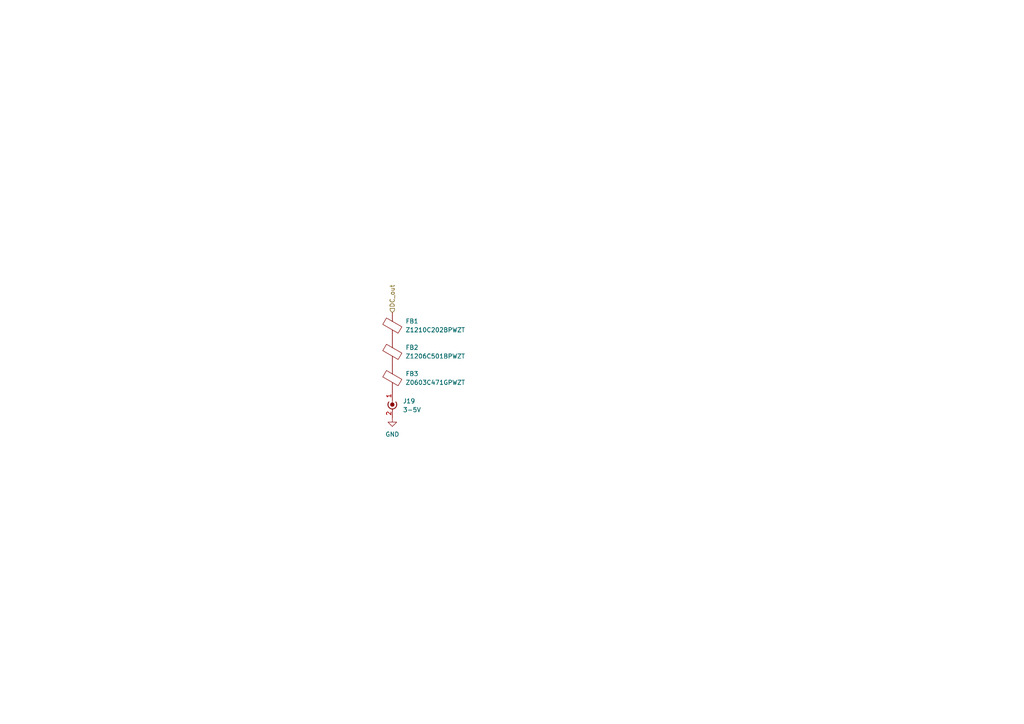
<source format=kicad_sch>
(kicad_sch (version 20211123) (generator eeschema)
  (paper "A4")
  (lib_symbols
    (symbol "Connector:Conn_Coaxial_Power" (pin_names (offset 1.016) hide)
      (property "Reference" "J" (at -5.08 -1.27 90))
      (property "Value" "Conn_Coaxial_Power" (at -3.175 -1.27 90))
      (symbol "Conn_Coaxial_Power_0_1"
        (arc (start -1.27 -1.27) (mid 0 -2.54) (end 1.27 -1.27) (stroke (width 0.254)))
        (arc (start -1.016 -0.508) (mid -1.2048 -0.8684) (end -1.27 -1.27) (stroke (width 0.254)))
        (circle (center 0 -1.27) (radius 0.508) (stroke (width 0.2032)) (fill (type outline)))
        (polyline (pts (xy 0 -2.54) (xy 0 -3.048)))
        (polyline (pts (xy 0 0) (xy 0 -1.27)))
        (arc (start 1.27 -1.27) (mid 1.2048 -0.8684) (end 1.016 -0.508) (stroke (width 0.254)))
      )
      (symbol "Conn_Coaxial_Power_1_1"
        (pin passive line (at 0 2.54 270) (length 2.54) (name "In") (number "1"))
        (pin passive line (at 0 -5.08 90) (length 2.54) (name "Ext") (number "2"))
      )
    )
    (symbol "Device:FerriteBead" (pin_numbers hide) (pin_names (offset 0))
      (property "Reference" "FB" (at -3.81 0.635 90))
      (property "Value" "FerriteBead" (at 3.81 0 90))
      (symbol "FerriteBead_0_1"
        (polyline (pts (xy 0 -1.27) (xy 0 -1.2192)))
        (polyline (pts (xy 0 1.27) (xy 0 1.2954)))
        (polyline (pts (xy -2.7686 0.4064) (xy -1.7018 2.2606) (xy 2.7686 -0.3048) (xy 1.6764 -2.159) (xy -2.7686 0.4064)))
      )
      (symbol "FerriteBead_1_1"
        (pin passive line (at 0 3.81 270) (length 2.54) (name "~") (number "1"))
        (pin passive line (at 0 -3.81 90) (length 2.54) (name "~") (number "2"))
      )
    )
    (symbol "power:GND" (power) (pin_names (offset 0))
      (property "Value" "GND" (at 0 -3.81 0))
      (symbol "GND_0_1"
        (polyline (pts (xy 0 0) (xy 0 -1.27) (xy 1.27 -1.27) (xy 0 -2.54) (xy -1.27 -1.27) (xy 0 -1.27)))
      )
      (symbol "GND_1_1"
        (pin power_in line (at 0 0 270) (length 0) hide (name "GND") (number "1"))
      )
    )
  )
  (hierarchical_label "DC_out" (shape input) (at 113.792 90.678 90))
  (symbol (lib_id "Device:FerriteBead") (at 113.792 109.728 0) (unit 1)
    (property "Reference" "FB3" (at 117.602 108.4071 0) (effects (justify left)))
    (property "Value" "Z0603C471GPWZT" (at 117.602 110.9471 0) (effects (justify left)))
    (property "Footprint" "Capacitor_SMD:C_0603_1608Metric" (effects hide))
    (property "Digikey" "https://www.digikey.ch/de/products/detail/kemet/Z0603C471GPWZT/12708720?s=N4IgTCBcDaIFoAYBsCDMBhALAdgIwHEAFAdTgBUQBdAXyA" (effects hide))
  )
  (symbol (lib_id "Connector:Conn_Coaxial_Power") (at 113.792 116.078 0) (unit 1)
    (property "Reference" "J19" (at 116.84 116.3319 0) (effects (justify left)))
    (property "Value" "3-5V" (at 116.84 118.8719 0) (effects (justify left)))
    (property "Footprint" "chubut:MMCX-J-P-H-RA-TH1" (effects hide))
    (property "Datasheet" "http://suddendocs.samtec.com/catalog_english/mmcx.pdf" (effects hide))
    (property "Digikey" "https://www.digikey.ch/short/n387fprw" (effects hide))
    (property "Manufacturer" "Samtec Inc." (effects hide))
    (property "Manufacturer number" "MMCX-J-P-H-RA-TH1" (effects hide))
  )
  (symbol (lib_id "power:GND") (at 113.792 121.158 0) (unit 1)
    (property "Reference" "#PWR058" (effects hide))
    (property "Value" "GND" (at 113.792 125.984 0))
  )
  (symbol (lib_id "Device:FerriteBead") (at 113.792 94.488 0) (unit 1)
    (property "Reference" "FB1" (at 117.602 93.1671 0) (effects (justify left)))
    (property "Value" "Z1210C202BPWZT" (at 117.602 95.7071 0) (effects (justify left)))
    (property "Footprint" "Capacitor_SMD:C_1210_3225Metric" (effects hide))
    (property "Digikey" "https://www.digikey.ch/de/products/detail/kemet/Z1210C202BPWZT/12708719?s=N4IgTCBcDaIFoEYwIAwGEwrAIQAoHU4AVEAXQF8g" (effects hide))
  )
  (symbol (lib_id "Device:FerriteBead") (at 113.792 102.108 0) (unit 1)
    (property "Reference" "FB2" (at 117.602 100.7871 0) (effects (justify left)))
    (property "Value" "Z1206C501BPWZT" (at 117.602 103.3271 0) (effects (justify left)))
    (property "Footprint" "Capacitor_SMD:C_1206_3216Metric" (effects hide))
    (property "Digikey" "https://www.digikey.ch/de/products/detail/kemet/Z1206C501BPWZT/12708726?s=N4IgTCBcDaIFoEYwAYBsBhArMhAhACgOpwAqIAugL5A" (effects hide))
  )
)
</source>
